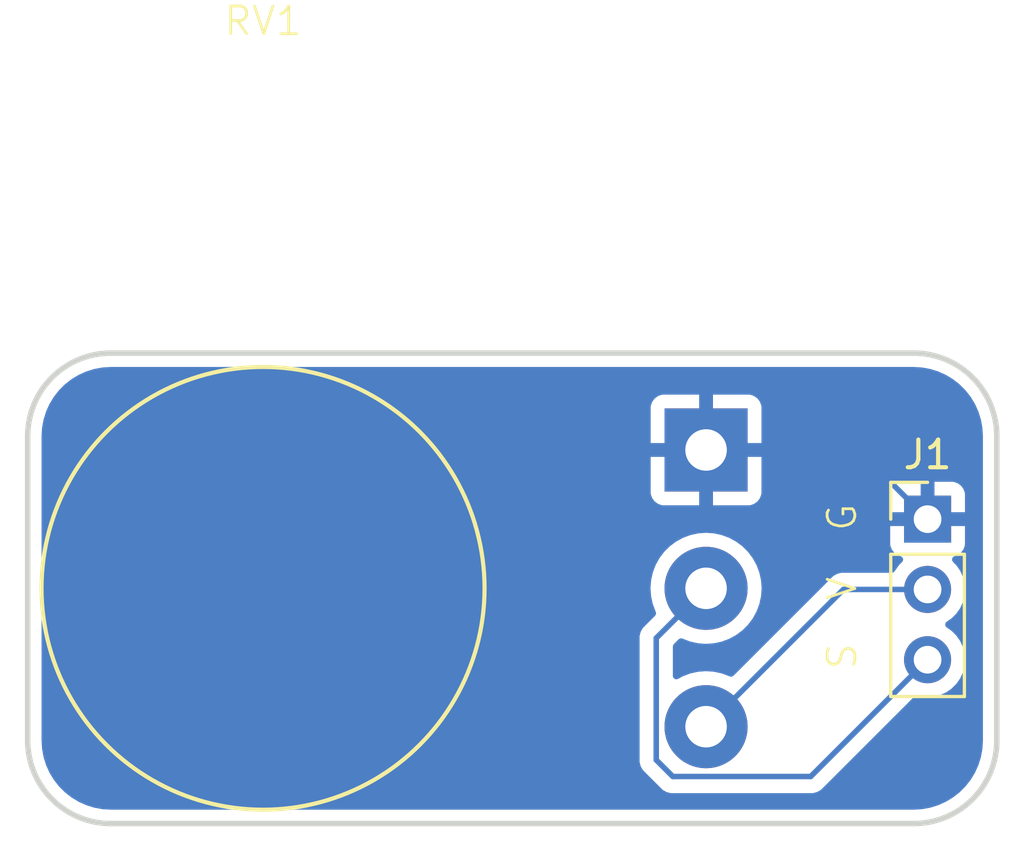
<source format=kicad_pcb>
(kicad_pcb (version 20240108) (generator "pcbnew") (generator_version "8.0")
  (title_block (title "BitMakeLab Component") (date "2024-05-14") (rev "1") (company "Think Create Learn"))
  (layers (0 "F.Cu" signal) (31 "B.Cu" signal) (34 "B.Paste" user) (35 "F.Paste" user) (36 "B.SilkS" user "B.Silkscreen") (37 "F.SilkS" user "F.Silkscreen") (38 "B.Mask" user) (39 "F.Mask" user) (44 "Edge.Cuts" user))
  (net 0 "")
  (net 1 "/GND")
  (net 2 "/3V3")
  (net 3 "/SIGNAL")
  (footprint "Connector_PinHeader_2.54mm:PinHeader_1x03_P2.54mm_Vertical" (layer "F.Cu") (at 129.5 53)
    (property "Reference" "J1" (at 0 -2.33 0) (layer "F.SilkS"))
    (property "Value" "Conn_01x03_Pin")
    (fp_line (start -1.33 -1.33) (end 0 -1.33) (stroke (width 0.12)) (layer "F.SilkS"))
    (fp_line (start -1.33 0) (end -1.33 -1.33) (stroke (width 0.12)) (layer "F.SilkS"))
    (fp_line (start -1.33 1.27) (end -1.33 6.41) (stroke (width 0.12)) (layer "F.SilkS"))
    (fp_line (start -1.33 1.27) (end 1.33 1.27) (stroke (width 0.12)) (layer "F.SilkS"))
    (fp_line (start -1.33 6.41) (end 1.33 6.41) (stroke (width 0.12)) (layer "F.SilkS"))
    (fp_line (start 1.33 1.27) (end 1.33 6.41) (stroke (width 0.12)) (layer "F.SilkS"))
    (pad "1" thru_hole rect (at 0 0) (size 1.7 1.7) (drill 1) (layers "*.Cu" "*.Mask") (net 1 "/GND"))
    (pad "2" thru_hole oval (at 0 2.54) (size 1.7 1.7) (drill 1) (layers "*.Cu" "*.Mask") (net 2 "/3V3"))
    (pad "3" thru_hole oval (at 0 5.08) (size 1.7 1.7) (drill 1) (layers "*.Cu" "*.Mask") (net 3 "/SIGNAL"))
  )
  (footprint "potentiometer_THT:Potentiometer_Taiwan_Alpha_RV16AF-41" (layer "F.Cu") (at 105.5 55.5)
    (property "Reference" "RV1" (at 0 -20.5 0) (layer "F.SilkS") (effects (font (thickness 0.1))))
    (property "Value" "R_Potentiometer")
    (fp_circle (center 0 0) (end 8 0) (stroke (width 0.15)) (fill none) (layer "F.SilkS"))
    (pad "1" thru_hole rect (at 16 -5) (size 3 3) (drill 1.5) (layers "*.Cu" "*.Mask") (net 1 "/GND"))
    (pad "2" thru_hole circle (at 16 0) (size 3 3) (drill 1.5) (layers "*.Cu" "*.Mask") (net 3 "/SIGNAL"))
    (pad "3" thru_hole circle (at 16 5) (size 3 3) (drill 1.5) (layers "*.Cu" "*.Mask") (net 2 "/3V3"))
  )
  (gr_line (start 97 50) (end 97 61) (stroke (width 0.2)) (layer "Edge.Cuts"))
  (gr_arc (start 97 50) (mid 97.87868 47.87868) (end 100 47) (stroke (width 0.2)) (layer "Edge.Cuts"))
  (gr_arc (start 132 61) (mid 131.12132 63.12132) (end 129 64) (stroke (width 0.2)) (layer "Edge.Cuts"))
  (gr_arc (start 100 64) (mid 97.87868 63.12132) (end 97 61) (stroke (width 0.2)) (layer "Edge.Cuts"))
  (gr_line (start 100 47) (end 129 47) (stroke (width 0.2)) (layer "Edge.Cuts"))
  (gr_line (start 132 50) (end 132 61) (stroke (width 0.2)) (layer "Edge.Cuts"))
  (gr_line (start 129 64) (end 100 64) (stroke (width 0.2)) (layer "Edge.Cuts"))
  (gr_arc (start 129 47) (mid 131.12132 47.87868) (end 132 50) (stroke (width 0.2)) (layer "Edge.Cuts"))
  (gr_text "G" (at 127 53.5 90) (layer "F.SilkS") (effects (font (size 1 1) (thickness 0.1)) (justify left bottom)))
  (gr_text "S" (at 127 58.5 90) (layer "F.SilkS") (effects (font (size 1 1) (thickness 0.1)) (justify left bottom)))
  (gr_text "V" (at 127 56 90) (layer "F.SilkS") (effects (font (size 1 1) (thickness 0.1)) (justify left bottom)))
  (segment (start 127 50.5) (end 129.5 53) (width 0.2) (layer "B.Cu") (net 1))
  (segment (start 121.5 50.5) (end 127 50.5) (width 0.2) (layer "B.Cu") (net 1))
  (segment (start 126.46 55.54) (end 129.5 55.54) (width 0.2) (layer "B.Cu") (net 2))
  (segment (start 121.5 60.5) (end 126.46 55.54) (width 0.2) (layer "B.Cu") (net 2))
  (segment (start 121.5 55.5) (end 119.7 57.3) (width 0.2) (layer "B.Cu") (net 3))
  (segment (start 119.7 61.7) (end 120.3 62.3) (width 0.2) (layer "B.Cu") (net 3))
  (segment (start 125.28 62.3) (end 129.5 58.08) (width 0.2) (layer "B.Cu") (net 3))
  (segment (start 120.3 62.3) (end 125.28 62.3) (width 0.2) (layer "B.Cu") (net 3))
  (segment (start 119.7 57.3) (end 119.7 61.7) (width 0.2) (layer "B.Cu") (net 3))
  (zone (net 1) (net_name "/GND") (layer "B.Cu") (connect_pads (clearance 0.5)) (min_thickness 0.25) (fill yes (thermal_gap 0.5) (thermal_bridge_width 0.5))
    (polygon (pts (xy 132.5 46) (xy 96 46) (xy 96 65) (xy 133 64.5)))
  )
)
</source>
